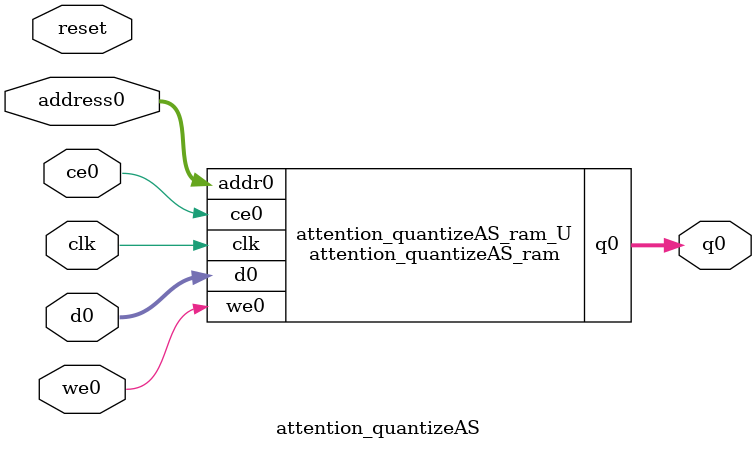
<source format=v>
`timescale 1 ns / 1 ps
module attention_quantizeAS_ram (addr0, ce0, d0, we0, q0,  clk);

parameter DWIDTH = 8;
parameter AWIDTH = 3;
parameter MEM_SIZE = 6;

input[AWIDTH-1:0] addr0;
input ce0;
input[DWIDTH-1:0] d0;
input we0;
output reg[DWIDTH-1:0] q0;
input clk;

(* ram_style = "distributed" *)reg [DWIDTH-1:0] ram[0:MEM_SIZE-1];




always @(posedge clk)  
begin 
    if (ce0) begin
        if (we0) 
            ram[addr0] <= d0; 
        q0 <= ram[addr0];
    end
end


endmodule

`timescale 1 ns / 1 ps
module attention_quantizeAS(
    reset,
    clk,
    address0,
    ce0,
    we0,
    d0,
    q0);

parameter DataWidth = 32'd8;
parameter AddressRange = 32'd6;
parameter AddressWidth = 32'd3;
input reset;
input clk;
input[AddressWidth - 1:0] address0;
input ce0;
input we0;
input[DataWidth - 1:0] d0;
output[DataWidth - 1:0] q0;



attention_quantizeAS_ram attention_quantizeAS_ram_U(
    .clk( clk ),
    .addr0( address0 ),
    .ce0( ce0 ),
    .we0( we0 ),
    .d0( d0 ),
    .q0( q0 ));

endmodule


</source>
